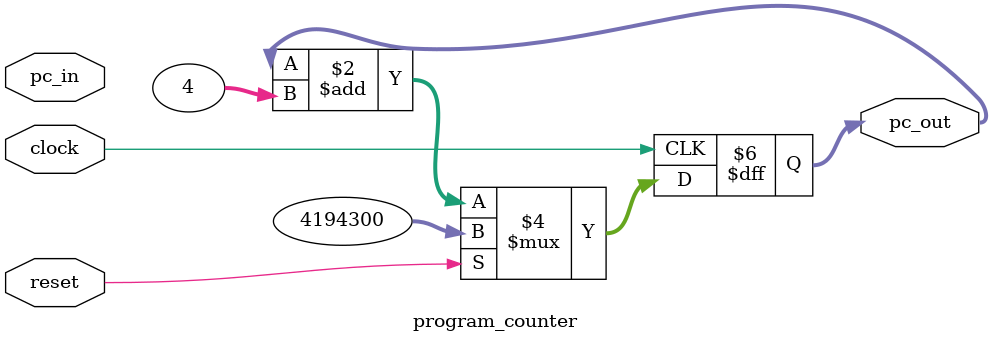
<source format=v>
module program_counter (
    input clock,
    input reset,
    input [31:0] pc_in,    // External PC input (optional)
    output reg [31:0] pc_out // Program counter output
);
		
    always @(posedge clock ) begin
        if (reset) begin
            pc_out <= 32'h003FFFFC  ; // Reset value
        end else begin
            pc_out <= pc_out + 4; // Increment PC by 4 on every clock cycle
        end
    end
endmodule

</source>
